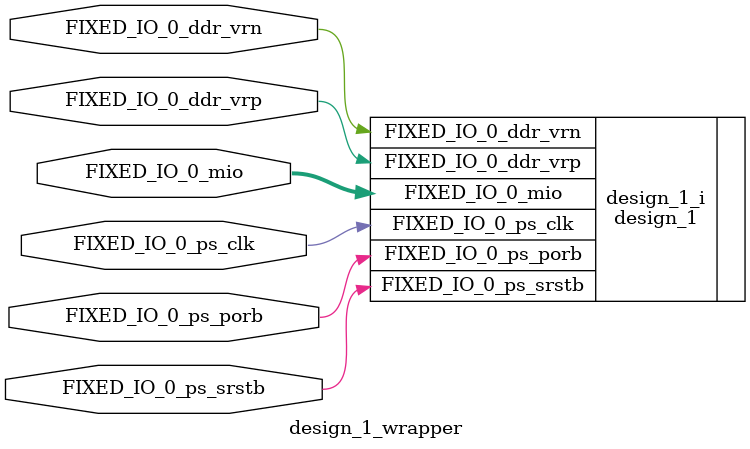
<source format=v>
`timescale 1 ps / 1 ps

module design_1_wrapper
   (FIXED_IO_0_ddr_vrn,
    FIXED_IO_0_ddr_vrp,
    FIXED_IO_0_mio,
    FIXED_IO_0_ps_clk,
    FIXED_IO_0_ps_porb,
    FIXED_IO_0_ps_srstb);
  inout FIXED_IO_0_ddr_vrn;
  inout FIXED_IO_0_ddr_vrp;
  inout [53:0]FIXED_IO_0_mio;
  inout FIXED_IO_0_ps_clk;
  inout FIXED_IO_0_ps_porb;
  inout FIXED_IO_0_ps_srstb;

  wire FIXED_IO_0_ddr_vrn;
  wire FIXED_IO_0_ddr_vrp;
  wire [53:0]FIXED_IO_0_mio;
  wire FIXED_IO_0_ps_clk;
  wire FIXED_IO_0_ps_porb;
  wire FIXED_IO_0_ps_srstb;

  design_1 design_1_i
       (.FIXED_IO_0_ddr_vrn(FIXED_IO_0_ddr_vrn),
        .FIXED_IO_0_ddr_vrp(FIXED_IO_0_ddr_vrp),
        .FIXED_IO_0_mio(FIXED_IO_0_mio),
        .FIXED_IO_0_ps_clk(FIXED_IO_0_ps_clk),
        .FIXED_IO_0_ps_porb(FIXED_IO_0_ps_porb),
        .FIXED_IO_0_ps_srstb(FIXED_IO_0_ps_srstb));
endmodule

</source>
